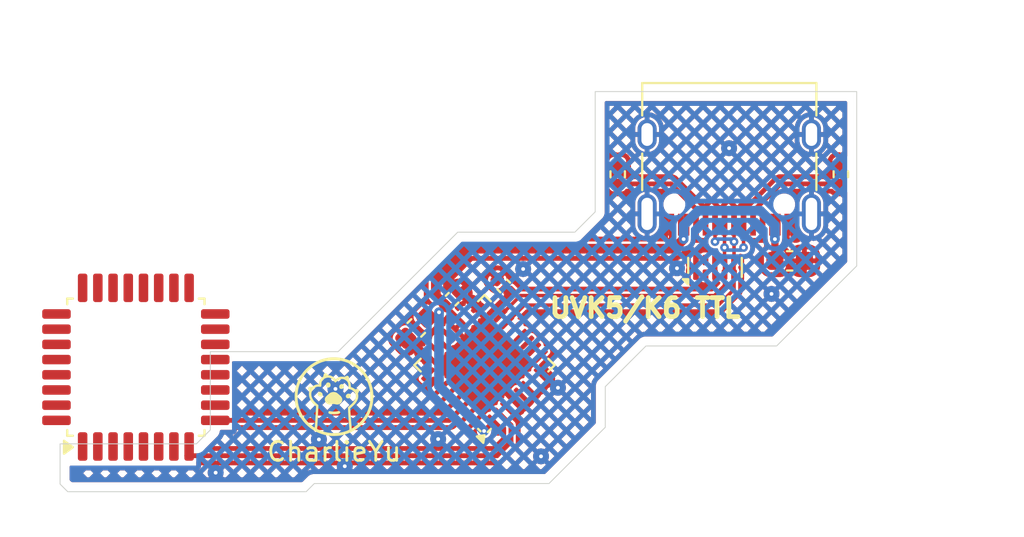
<source format=kicad_pcb>
(kicad_pcb (version 20240108) (generator "pcbnew") (generator_version "8.0")
  (layers (0 "F.Cu" signal) (31 "B.Cu" signal) (34 "B.Paste" user) (35 "F.Paste" user) (36 "B.SilkS" user "B.Silkscreen") (37 "F.SilkS" user "F.Silkscreen") (38 "B.Mask" user) (39 "F.Mask" user) (44 "Edge.Cuts" user))
  (net 0 "")
  (net 1 "+5V")
  (net 2 "GND")
  (net 3 "Net-(U1-3V3OUT)")
  (net 4 "Net-(J1-CC1)")
  (net 7 "/D-")
  (net 8 "/D+")
  (net 9 "Net-(J1-CC2)")
  (net 17 "/RXD")
  (net 23 "/TXD")
  (footprint "Capacitor_SMD:C_0402_1005Metric" (layer "F.Cu") (at 107.338142 96.503796 135)
    (property "Reference" "C4" (hide yes))
    (property "Value" "100nF")
    (fp_line (start -0.107836 -0.36) (end 0.107836 -0.36) (stroke (width 0.12)) (layer "F.SilkS"))
    (fp_line (start -0.107836 0.36) (end 0.107836 0.36) (stroke (width 0.12)) (layer "F.SilkS"))
    (pad "1" smd roundrect (at -0.48 0 135) (size 0.56 0.62) (layers "F.Cu" "F.Paste" "F.Mask") (net 3 "Net-(U1-3V3OUT)"))
    (pad "2" smd roundrect (at 0.48 0 135) (size 0.56 0.62) (layers "F.Cu" "F.Paste" "F.Mask") (net 2 "GND"))
  )
  (footprint "Connector_USB:USB_C_Receptacle_XKB_U262-16XN-4BVC11" (layer "F.Cu") (at 119.2 89.605 180)
    (property "Reference" "J1" (hide yes))
    (property "Value" "USB_C_Receptacle_USB2.0")
    (fp_line (start 4.580001 0.07) (end 4.580001 -1.85) (stroke (width 0.12)) (layer "F.SilkS"))
    (fp_line (start 4.58 3.785) (end -4.58 3.785) (stroke (width 0.12)) (layer "F.SilkS"))
    (fp_line (start 4.58 2.08) (end 4.58 3.785) (stroke (width 0.12)) (layer "F.SilkS"))
    (fp_line (start -4.58 3.785) (end -4.58 2.08) (stroke (width 0.12)) (layer "F.SilkS"))
    (fp_line (start -4.580001 -1.85) (end -4.580001 0.07) (stroke (width 0.12)) (layer "F.SilkS"))
    (pad "" np_thru_hole circle (at -2.89 -2.605 180) (size 0.65 0.65) (drill 0.65) (layers "*.Cu" "*.Mask"))
    (pad "" np_thru_hole circle (at 2.89 -2.605 180) (size 0.65 0.65) (drill 0.65) (layers "*.Cu" "*.Mask"))
    (pad "A1" smd rect (at -3.35 -3.67 180) (size 0.3 1.15) (layers "F.Cu" "F.Paste" "F.Mask") (net 2 "GND"))
    (pad "A4" smd rect (at -2.55 -3.67 180) (size 0.3 1.15) (layers "F.Cu" "F.Paste" "F.Mask") (net 1 "+5V"))
    (pad "A5" smd rect (at -1.25 -3.669999 180) (size 0.3 1.15) (layers "F.Cu" "F.Paste" "F.Mask") (net 4 "Net-(J1-CC1)"))
    (pad "A6" smd rect (at -0.25 -3.67 180) (size 0.3 1.15) (layers "F.Cu" "F.Paste" "F.Mask") (net 8 "/D+"))
    (pad "A7" smd rect (at 0.25 -3.67 180) (size 0.3 1.15) (layers "F.Cu" "F.Paste" "F.Mask") (net 7 "/D-"))
    (pad "A8" smd rect (at 1.25 -3.669999 180) (size 0.3 1.15) (layers "F.Cu" "F.Paste" "F.Mask"))
    (pad "A9" smd rect (at 2.55 -3.67 180) (size 0.3 1.15) (layers "F.Cu" "F.Paste" "F.Mask") (net 1 "+5V"))
    (pad "A12" smd rect (at 3.35 -3.67 180) (size 0.3 1.15) (layers "F.Cu" "F.Paste" "F.Mask") (net 2 "GND"))
    (pad "B1" smd rect (at 3.05 -3.67 180) (size 0.3 1.15) (layers "F.Cu" "F.Paste" "F.Mask") (net 2 "GND"))
    (pad "B4" smd rect (at 2.25 -3.67 180) (size 0.3 1.15) (layers "F.Cu" "F.Paste" "F.Mask") (net 1 "+5V"))
    (pad "B5" smd rect (at 1.75 -3.67 180) (size 0.3 1.15) (layers "F.Cu" "F.Paste" "F.Mask") (net 9 "Net-(J1-CC2)"))
    (pad "B6" smd rect (at 0.75 -3.67 180) (size 0.3 1.15) (layers "F.Cu" "F.Paste" "F.Mask") (net 8 "/D+"))
    (pad "B7" smd rect (at -0.75 -3.67 180) (size 0.3 1.15) (layers "F.Cu" "F.Paste" "F.Mask") (net 7 "/D-"))
    (pad "B8" smd rect (at -1.75 -3.67 180) (size 0.3 1.15) (layers "F.Cu" "F.Paste" "F.Mask"))
    (pad "B9" smd rect (at -2.25 -3.67 180) (size 0.3 1.15) (layers "F.Cu" "F.Paste" "F.Mask") (net 1 "+5V"))
    (pad "B12" smd rect (at -3.05 -3.67 180) (size 0.3 1.15) (layers "F.Cu" "F.Paste" "F.Mask") (net 2 "GND"))
    (pad "S1" thru_hole oval (at -4.32 -3.105 180) (size 1 2.1) (drill oval 0.6 1.7) (layers "*.Cu" "*.Mask") (net 2 "GND"))
    (pad "S1" thru_hole oval (at -4.32 1.075 180) (size 1 1.6) (drill oval 0.6 1.2) (layers "*.Cu" "*.Mask") (net 2 "GND"))
    (pad "S1" thru_hole oval (at 4.32 -3.105 180) (size 1 2.1) (drill oval 0.6 1.7) (layers "*.Cu" "*.Mask") (net 2 "GND"))
    (pad "S1" thru_hole oval (at 4.32 1.075 180) (size 1 1.6) (drill oval 0.6 1.2) (layers "*.Cu" "*.Mask") (net 2 "GND"))
  )
  (footprint "Capacitor_SMD:C_0402_1005Metric" (layer "F.Cu") (at 104.624528 97.196761 45)
    (property "Reference" "C1" (hide yes))
    (property "Value" "100nF")
    (fp_line (start -0.107836 -0.36) (end 0.107836 -0.36) (stroke (width 0.12)) (layer "F.SilkS"))
    (fp_line (start -0.107836 0.36) (end 0.107836 0.36) (stroke (width 0.12)) (layer "F.SilkS"))
    (pad "1" smd roundrect (at -0.48 0 45) (size 0.56 0.62) (layers "F.Cu" "F.Paste" "F.Mask") (net 1 "+5V"))
    (pad "2" smd roundrect (at 0.48 0 45) (size 0.56 0.62) (layers "F.Cu" "F.Paste" "F.Mask") (net 2 "GND"))
  )
  (footprint "Package_QFP:LQFP-32_7x7mm_P0.8mm" (layer "F.Cu") (at 87.995 100.776086 90)
    (property "Reference" "REF**" (hide yes))
    (property "Value" "LQFP-32_7x7mm_P0.8mm" (hide yes))
    (fp_line (start 3.61 -3.61) (end 3.61 -3.31) (stroke (width 0.12)) (layer "F.SilkS"))
    (fp_line (start 3.31 -3.61) (end 3.61 -3.61) (stroke (width 0.12)) (layer "F.SilkS"))
    (fp_line (start -3.31 -3.61) (end -3.61 -3.61) (stroke (width 0.12)) (layer "F.SilkS"))
    (fp_line (start -3.61 -3.61) (end -3.61 -3.31) (stroke (width 0.12)) (layer "F.SilkS"))
    (fp_line (start 3.61 3.61) (end 3.61 3.31) (stroke (width 0.12)) (layer "F.SilkS"))
    (fp_line (start 3.31 3.61) (end 3.61 3.61) (stroke (width 0.12)) (layer "F.SilkS"))
    (fp_line (start -3.31 3.61) (end -3.61 3.61) (stroke (width 0.12)) (layer "F.SilkS"))
    (fp_line (start -3.61 3.61) (end -3.61 3.31) (stroke (width 0.12)) (layer "F.SilkS"))
    (fp_poly (pts (xy -4.2125 -3.31) (xy -4.5525 -3.78) (xy -3.8725 -3.780001) (xy -4.2125 -3.31)) (stroke (width 0.12)) (fill solid) (layer "F.SilkS"))
    (pad "1" smd roundrect (at -4.175 -2.8 90) (size 1.5 0.5) (layers "F.Cu" "F.Paste" "F.Mask"))
    (pad "2" smd roundrect (at -4.175 -2 90) (size 1.5 0.5) (layers "F.Cu" "F.Paste" "F.Mask"))
    (pad "3" smd roundrect (at -4.175 -1.2 90) (size 1.5 0.5) (layers "F.Cu" "F.Paste" "F.Mask"))
    (pad "4" smd roundrect (at -4.175 -0.4 90) (size 1.5 0.5) (layers "F.Cu" "F.Paste" "F.Mask"))
    (pad "5" smd roundrect (at -4.175 0.4 90) (size 1.5 0.5) (layers "F.Cu" "F.Paste" "F.Mask"))
    (pad "6" smd roundrect (at -4.175 1.2 90) (size 1.5 0.5) (layers "F.Cu" "F.Paste" "F.Mask"))
    (pad "7" smd roundrect (at -4.175 2 90) (size 1.5 0.5) (layers "F.Cu" "F.Paste" "F.Mask"))
    (pad "8" smd roundrect (at -4.175 2.8 90) (size 1.5 0.5) (layers "F.Cu" "F.Paste" "F.Mask") (net 17 "/RXD"))
    (pad "9" smd roundrect (at -2.8 4.175 90) (size 0.5 1.5) (layers "F.Cu" "F.Paste" "F.Mask") (net 23 "/TXD"))
    (pad "10" smd roundrect (at -2 4.175 90) (size 0.5 1.5) (layers "F.Cu" "F.Paste" "F.Mask"))
    (pad "11" smd roundrect (at -1.2 4.175 90) (size 0.5 1.5) (layers "F.Cu" "F.Paste" "F.Mask"))
    (pad "12" smd roundrect (at -0.4 4.175 90) (size 0.5 1.5) (layers "F.Cu" "F.Paste" "F.Mask"))
    (pad "13" smd roundrect (at 0.4 4.175 90) (size 0.5 1.5) (layers "F.Cu" "F.Paste" "F.Mask"))
    (pad "14" smd roundrect (at 1.2 4.175 90) (size 0.5 1.5) (layers "F.Cu" "F.Paste" "F.Mask"))
    (pad "15" smd roundrect (at 2 4.175 90) (size 0.5 1.5) (layers "F.Cu" "F.Paste" "F.Mask"))
    (pad "16" smd roundrect (at 2.8 4.175 90) (size 0.5 1.5) (layers "F.Cu" "F.Paste" "F.Mask"))
    (pad "17" smd roundrect (at 4.175 2.8 90) (size 1.5 0.5) (layers "F.Cu" "F.Paste" "F.Mask"))
    (pad "18" smd roundrect (at 4.175 2 90) (size 1.5 0.5) (layers "F.Cu" "F.Paste" "F.Mask"))
    (pad "19" smd roundrect (at 4.175 1.2 90) (size 1.5 0.5) (layers "F.Cu" "F.Paste" "F.Mask"))
    (pad "20" smd roundrect (at 4.175 0.4 90) (size 1.5 0.5) (layers "F.Cu" "F.Paste" "F.Mask"))
    (pad "21" smd roundrect (at 4.175 -0.4 90) (size 1.5 0.5) (layers "F.Cu" "F.Paste" "F.Mask"))
    (pad "22" smd roundrect (at 4.175 -1.2 90) (size 1.5 0.5) (layers "F.Cu" "F.Paste" "F.Mask"))
    (pad "23" smd roundrect (at 4.175 -2 90) (size 1.5 0.5) (layers "F.Cu" "F.Paste" "F.Mask"))
    (pad "24" smd roundrect (at 4.175 -2.8 90) (size 1.5 0.5) (layers "F.Cu" "F.Paste" "F.Mask"))
    (pad "25" smd roundrect (at 2.8 -4.175 90) (size 0.5 1.5) (layers "F.Cu" "F.Paste" "F.Mask"))
    (pad "26" smd roundrect (at 2 -4.175 90) (size 0.5 1.5) (layers "F.Cu" "F.Paste" "F.Mask"))
    (pad "27" smd roundrect (at 1.2 -4.175 90) (size 0.5 1.5) (layers "F.Cu" "F.Paste" "F.Mask"))
    (pad "28" smd roundrect (at 0.4 -4.175 90) (size 0.5 1.5) (layers "F.Cu" "F.Paste" "F.Mask"))
    (pad "29" smd roundrect (at -0.4 -4.175 90) (size 0.5 1.5) (layers "F.Cu" "F.Paste" "F.Mask"))
    (pad "30" smd roundrect (at -1.2 -4.175 90) (size 0.5 1.5) (layers "F.Cu" "F.Paste" "F.Mask"))
    (pad "31" smd roundrect (at -2 -4.175 90) (size 0.5 1.5) (layers "F.Cu" "F.Paste" "F.Mask"))
    (pad "32" smd roundrect (at -2.8 -4.175 90) (size 0.5 1.5) (layers "F.Cu" "F.Paste" "F.Mask"))
  )
  (footprint "Capacitor_SMD:C_0603_1608Metric" (layer "F.Cu") (at 102.74 98.71 -135)
    (property "Reference" "C2" (hide yes))
    (property "Value" "4.7uF")
    (fp_line (start -0.140581 0.51) (end 0.140581 0.51) (stroke (width 0.12)) (layer "F.SilkS"))
    (fp_line (start -0.140581 -0.51) (end 0.140581 -0.51) (stroke (width 0.12)) (layer "F.SilkS"))
    (pad "1" smd roundrect (at -0.775 0 225) (size 0.9 0.95) (layers "F.Cu" "F.Paste" "F.Mask") (net 1 "+5V"))
    (pad "2" smd roundrect (at 0.775 0 225) (size 0.9 0.95) (layers "F.Cu" "F.Paste" "F.Mask") (net 2 "GND"))
  )
  (footprint "Package_DFN_QFN:QFN-32-1EP_5x5mm_P0.5mm_EP3.3x3.3mm" (layer "F.Cu") (at 106.327817 100.667817 135)
    (property "Reference" "U1" (hide yes))
    (property "Value" "FT232RQ")
    (fp_line (start 2.61 -2.61) (end 2.61 -2.135) (stroke (width 0.12)) (layer "F.SilkS"))
    (fp_line (start 2.135 -2.61) (end 2.61 -2.61) (stroke (width 0.12)) (layer "F.SilkS"))
    (fp_line (start -2.135 -2.61) (end -2.31 -2.61) (stroke (width 0.12)) (layer "F.SilkS"))
    (fp_line (start 2.61 2.61) (end 2.61 2.135) (stroke (width 0.12)) (layer "F.SilkS"))
    (fp_line (start 2.135 2.61) (end 2.61 2.61) (stroke (width 0.12)) (layer "F.SilkS"))
    (fp_line (start -2.61 -2.135) (end -2.61 -2.37) (stroke (width 0.12)) (layer "F.SilkS"))
    (fp_line (start -2.135 2.61) (end -2.61 2.61) (stroke (width 0.12)) (layer "F.SilkS"))
    (fp_line (start -2.61 2.61) (end -2.61 2.135) (stroke (width 0.12)) (layer "F.SilkS"))
    (fp_poly (pts (xy -2.61 -2.61) (xy -2.85 -2.94) (xy -2.37 -2.94) (xy -2.61 -2.61)) (stroke (width 0.12)) (fill solid) (layer "F.SilkS"))
    (pad "1" smd roundrect (at -2.4375 -1.75 135) (size 0.875 0.25) (layers "F.Cu" "F.Paste" "F.Mask") (net 1 "+5V"))
    (pad "2" smd roundrect (at -2.4375 -1.25 135) (size 0.875 0.25) (layers "F.Cu" "F.Paste" "F.Mask") (net 17 "/RXD"))
    (pad "3" smd roundrect (at -2.4375 -0.75 135) (size 0.875 0.25) (layers "F.Cu" "F.Paste" "F.Mask"))
    (pad "4" smd roundrect (at -2.4375 -0.25 135) (size 0.875 0.25) (layers "F.Cu" "F.Paste" "F.Mask") (net 2 "GND"))
    (pad "5" smd roundrect (at -2.4375 0.25 135) (size 0.875 0.25) (layers "F.Cu" "F.Paste" "F.Mask"))
    (pad "6" smd roundrect (at -2.4375 0.75 135) (size 0.875 0.25) (layers "F.Cu" "F.Paste" "F.Mask"))
    (pad "7" smd roundrect (at -2.4375 1.25 135) (size 0.875 0.25) (layers "F.Cu" "F.Paste" "F.Mask"))
    (pad "8" smd roundrect (at -2.4375 1.75 135) (size 0.875 0.25) (layers "F.Cu" "F.Paste" "F.Mask"))
    (pad "9" smd roundrect (at -1.75 2.4375 135) (size 0.25 0.875) (layers "F.Cu" "F.Paste" "F.Mask"))
    (pad "10" smd roundrect (at -1.25 2.4375 135) (size 0.25 0.875) (layers "F.Cu" "F.Paste" "F.Mask"))
    (pad "11" smd roundrect (at -0.75 2.4375 135) (size 0.25 0.875) (layers "F.Cu" "F.Paste" "F.Mask"))
    (pad "12" smd roundrect (at -0.25 2.4375 135) (size 0.25 0.875) (layers "F.Cu" "F.Paste" "F.Mask"))
    (pad "13" smd roundrect (at 0.25 2.4375 135) (size 0.25 0.875) (layers "F.Cu" "F.Paste" "F.Mask"))
    (pad "14" smd roundrect (at 0.75 2.4375 135) (size 0.25 0.875) (layers "F.Cu" "F.Paste" "F.Mask") (net 8 "/D+"))
    (pad "15" smd roundrect (at 1.25 2.4375 135) (size 0.25 0.875) (layers "F.Cu" "F.Paste" "F.Mask") (net 7 "/D-"))
    (pad "16" smd roundrect (at 1.75 2.4375 135) (size 0.25 0.875) (layers "F.Cu" "F.Paste" "F.Mask") (net 3 "Net-(U1-3V3OUT)"))
    (pad "17" smd roundrect (at 2.4375 1.75 135) (size 0.875 0.25) (layers "F.Cu" "F.Paste" "F.Mask") (net 2 "GND"))
    (pad "18" smd roundrect (at 2.4375 1.25 135) (size 0.875 0.25) (layers "F.Cu" "F.Paste" "F.Mask"))
    (pad "19" smd roundrect (at 2.4375 0.75 135) (size 0.875 0.25) (layers "F.Cu" "F.Paste" "F.Mask") (net 1 "+5V"))
    (pad "20" smd roundrect (at 2.4375 0.25 135) (size 0.875 0.25) (layers "F.Cu" "F.Paste" "F.Mask") (net 2 "GND"))
    (pad "21" smd roundrect (at 2.4375 -0.25 135) (size 0.875 0.25) (layers "F.Cu" "F.Paste" "F.Mask"))
    (pad "22" smd roundrect (at 2.4375 -0.75 135) (size 0.875 0.25) (layers "F.Cu" "F.Paste" "F.Mask"))
    (pad "23" smd roundrect (at 2.4375 -1.25 135) (size 0.875 0.25) (layers "F.Cu" "F.Paste" "F.Mask"))
    (pad "24" smd roundrect (at 2.4375 -1.75 135) (size 0.875 0.25) (layers "F.Cu" "F.Paste" "F.Mask") (net 2 "GND"))
    (pad "25" smd roundrect (at 1.75 -2.4375 135) (size 0.25 0.875) (layers "F.Cu" "F.Paste" "F.Mask"))
    (pad "26" smd roundrect (at 1.25 -2.4375 135) (size 0.25 0.875) (layers "F.Cu" "F.Paste" "F.Mask") (net 2 "GND"))
    (pad "27" smd roundrect (at 0.75 -2.4375 135) (size 0.25 0.875) (layers "F.Cu" "F.Paste" "F.Mask"))
    (pad "28" smd roundrect (at 0.25 -2.4375 135) (size 0.25 0.875) (layers "F.Cu" "F.Paste" "F.Mask"))
    (pad "29" smd roundrect (at -0.25 -2.4375 135) (size 0.25 0.875) (layers "F.Cu" "F.Paste" "F.Mask"))
    (pad "30" smd roundrect (at -0.75 -2.4375 135) (size 0.25 0.875) (layers "F.Cu" "F.Paste" "F.Mask") (net 23 "/TXD"))
    (pad "31" smd roundrect (at -1.25 -2.4375 135) (size 0.25 0.875) (layers "F.Cu" "F.Paste" "F.Mask"))
    (pad "32" smd roundrect (at -1.75 -2.4375 135) (size 0.25 0.875) (layers "F.Cu" "F.Paste" "F.Mask"))
    (pad "33" smd rect (at 0 0 135) (size 3.3 3.3) (property pad_prop_heatsink) (layers "F.Cu" "F.Mask") (net 2 "GND"))
  )
  (footprint "Package_SON:USON-10_2.5x1.0mm_P0.5mm" (layer "F.Cu") (at 118.45 95.524999 90)
    (property "Reference" "U2" (hide yes))
    (property "Value" "TPD4E02B04DQA" (hide yes))
    (fp_line (start 0.5 -1.41) (end -0.29 -1.410001) (stroke (width 0.12)) (layer "F.SilkS"))
    (fp_line (start 0.5 1.41) (end -0.5 1.41) (stroke (width 0.12)) (layer "F.SilkS"))
    (fp_poly (pts (xy -0.62 -1.41) (xy -0.900001 -1.41) (xy -0.62 -1.69) (xy -0.62 -1.41)) (stroke (width 0.12)) (fill solid) (layer "F.SilkS"))
    (pad "1" smd roundrect (at -0.385 -1) (size 0.3 0.55) (layers "F.Cu" "F.Paste" "F.Mask"))
    (pad "2" smd roundrect (at -0.385001 -0.5) (size 0.3 0.55) (layers "F.Cu" "F.Paste" "F.Mask"))
    (pad "3" smd roundrect (at -0.385 0) (size 0.3 0.55) (layers "F.Cu" "F.Paste" "F.Mask") (net 2 "GND"))
    (pad "4" smd roundrect (at -0.385001 0.5) (size 0.3 0.55) (layers "F.Cu" "F.Paste" "F.Mask") (net 7 "/D-"))
    (pad "5" smd roundrect (at -0.385 1) (size 0.3 0.55) (layers "F.Cu" "F.Paste" "F.Mask") (net 8 "/D+"))
    (pad "6" smd roundrect (at 0.385 1) (size 0.3 0.55) (layers "F.Cu" "F.Paste" "F.Mask") (net 8 "/D+"))
    (pad "7" smd roundrect (at 0.385001 0.5) (size 0.3 0.55) (layers "F.Cu" "F.Paste" "F.Mask") (net 7 "/D-"))
    (pad "8" smd roundrect (at 0.385 0) (size 0.3 0.55) (layers "F.Cu" "F.Paste" "F.Mask") (net 2 "GND"))
    (pad "9" smd roundrect (at 0.385001 -0.5) (size 0.3 0.55) (layers "F.Cu" "F.Paste" "F.Mask"))
    (pad "10" smd roundrect (at 0.385 -1) (size 0.3 0.55) (layers "F.Cu" "F.Paste" "F.Mask"))
  )
  (footprint "Logos:charlieyu" (layer "F.Cu") (at 98.42 102.33)
    (property "Reference" "RFF**" (hide yes))
    (property "Value" "CharlieYu" (hide yes))
    (fp_poly (pts (xy -0.691675 -0.240664) (xy -0.654657 -0.215801) (xy -0.625552 -0.181858) (xy -0.610224 -0.148594) (xy -0.605582 -0.107129) (xy -0.615168 -0.068732) (xy -0.636444 -0.036215) (xy -0.666871 -0.01239) (xy -0.703911 -0.000069) (xy -0.742928 -0.001585) (xy -0.792164 -0.019782) (xy -0.829951 -0.049638) (xy -0.854951 -0.089854) (xy -0.863238 -0.118311) (xy -0.862689 -0.158085) (xy -0.848086 -0.195941) (xy -0.822276 -0.227589) (xy -0.78811 -0.24874) (xy -0.773719 -0.253091) (xy -0.732673 -0.253931)) (fill solid) (layer "F.SilkS"))
    (fp_poly (pts (xy -0.257973 -0.741875) (xy -0.246112 -0.73582) (xy -0.215253 -0.707641) (xy -0.194307 -0.669311) (xy -0.184363 -0.625291) (xy -0.186509 -0.580041) (xy -0.199099 -0.543061) (xy -0.225562 -0.508378) (xy -0.260848 -0.486831) (xy -0.301823 -0.479375) (xy -0.345356 -0.486962) (xy -0.361359 -0.493711) (xy -0.393258 -0.518055) (xy -0.41539 -0.552329) (xy -0.427567 -0.592679) (xy -0.429602 -0.635256) (xy -0.421305 -0.676209) (xy -0.402488 -0.711687) (xy -0.373287 -0.737651) (xy -0.337573 -0.749942) (xy -0.296559 -0.751313)) (fill solid) (layer "F.SilkS"))
    (fp_poly (pts (xy 0.447459 -0.657352) (xy 0.478271 -0.639466) (xy 0.501553 -0.611961) (xy 0.514386 -0.575253) (xy 0.515976 -0.554858) (xy 0.509854 -0.503749) (xy 0.490903 -0.462872) (xy 0.461045 -0.432364) (xy 0.423136 -0.412477) (xy 0.380593 -0.404529) (xy 0.339429 -0.409231) (xy 0.322412 -0.41594) (xy 0.29512 -0.438846) (xy 0.276935 -0.472529) (xy 0.268835 -0.512757) (xy 0.271797 -0.555299) (xy 0.282709 -0.587991) (xy 0.307347 -0.624419) (xy 0.339062 -0.649154) (xy 0.374934 -0.662611) (xy 0.41204 -0.665206)) (fill solid) (layer "F.SilkS"))
    (fp_poly (pts (xy 0.781817 -0.159594) (xy 0.82208 -0.147197) (xy 0.824035 -0.146177) (xy 0.848779 -0.124044) (xy 0.865628 -0.091391) (xy 0.873534 -0.053335) (xy 0.871446 -0.014995) (xy 0.858314 0.018512) (xy 0.857938 0.01909) (xy 0.825388 0.055361) (xy 0.785454 0.079417) (xy 0.74171 0.090016) (xy 0.697733 0.085918) (xy 0.681684 0.080241) (xy 0.646362 0.056443) (xy 0.623164 0.023107) (xy 0.613586 -0.016087) (xy 0.619123 -0.057459) (xy 0.622298 -0.065965) (xy 0.641525 -0.102553) (xy 0.666404 -0.12859) (xy 0.698868 -0.148465) (xy 0.738198 -0.160063)) (fill solid) (layer "F.SilkS"))
    (fp_poly (pts (xy 0.269337 0.755162) (xy 0.293732 0.770633) (xy 0.312037 0.79431) (xy 0.319655 0.821905) (xy 0.319673 0.823257) (xy 0.31438 0.851801) (xy 0.297368 0.874268) (xy 0.266934 0.892053) (xy 0.221377 0.906548) (xy 0.216507 0.907731) (xy 0.173004 0.91532) (xy 0.117173 0.920968) (xy 0.053653 0.924577) (xy -0.012914 0.926051) (xy -0.077887 0.925292) (xy -0.136624 0.922204) (xy -0.184485 0.916689) (xy -0.187479 0.91618) (xy -0.235032 0.905791) (xy -0.267904 0.893005) (xy -0.28847 0.876163) (xy -0.299104 0.853604) (xy -0.301731 0.836292) (xy -0.301093 0.809526) (xy -0.292175 0.790073) (xy -0.281848 0.778467) (xy -0.271861 0.768909) (xy -0.262391 0.762807) (xy -0.250231 0.760079) (xy -0.232176 0.760642) (xy -0.205021 0.764412) (xy -0.165558 0.771307) (xy -0.145482 0.774945) (xy -0.100701 0.780277) (xy -0.044996 0.782785) (xy 0.01574 0.782568) (xy 0.075613 0.779722) (xy 0.12873 0.774344) (xy 0.154624 0.77) (xy 0.189472 0.762909) (xy 0.22034 0.756712) (xy 0.241345 0.752587) (xy 0.243454 0.752187)) (fill solid) (layer "F.SilkS"))
    (fp_poly (pts (xy 0.076811 -0.232414) (xy 0.140757 -0.204678) (xy 0.142692 -0.203545) (xy 0.17159 -0.183669) (xy 0.208074 -0.154461) (xy 0.248811 -0.119036) (xy 0.29047 -0.080505) (xy 0.329717 -0.041982) (xy 0.363219 -0.006579) (xy 0.387645 0.022591) (xy 0.393265 0.030499) (xy 0.420366 0.084283) (xy 0.430971 0.139929) (xy 0.425216 0.198847) (xy 0.413343 0.23804) (xy 0.382588 0.297204) (xy 0.339154 0.345317) (xy 0.284007 0.381586) (xy 0.21811 0.405217) (xy 0.206975 0.407702) (xy 0.182593 0.411869) (xy 0.159845 0.413099) (xy 0.133872 0.411085) (xy 0.099816 0.405525) (xy 0.066148 0.398864) (xy 0.023642 0.390528) (xy -0.007613 0.38581) (xy -0.032987 0.38444) (xy -0.05785 0.386153) (xy -0.087574 0.390681) (xy -0.090005 0.391102) (xy -0.140231 0.399693) (xy -0.177202 0.4055) (xy -0.204452 0.408826) (xy -0.225515 0.409976) (xy -0.243924 0.409251) (xy -0.263213 0.406955) (xy -0.267504 0.406332) (xy -0.305143 0.398703) (xy -0.336409 0.386468) (xy -0.367264 0.36664) (xy -0.398854 0.340496) (xy -0.439953 0.295016) (xy -0.470308 0.242169) (xy -0.487755 0.186409) (xy -0.491147 0.150661) (xy -0.488408 0.112157) (xy -0.479244 0.076339) (xy -0.462233 0.041081) (xy -0.435956 0.004256) (xy -0.398991 -0.03626) (xy -0.349918 -0.082594) (xy -0.314434 -0.113759) (xy -0.273197 -0.148969) (xy -0.241485 -0.17489) (xy -0.216095 -0.193611) (xy -0.193826 -0.207221) (xy -0.171477 -0.217807) (xy -0.145845 -0.227458) (xy -0.133852 -0.23156) (xy -0.06499 -0.246311) (xy 0.006729 -0.246443)) (fill solid) (layer "F.SilkS"))
    (fp_poly (pts (xy 0.119871 -2.071161) (xy 0.300615 -2.053652) (xy 0.476265 -2.020414) (xy 0.648228 -1.971147) (xy 0.817916 -1.905548) (xy 0.90561 -1.864937) (xy 1.068892 -1.775736) (xy 1.222211 -1.673107) (xy 1.364936 -1.557916) (xy 1.496433 -1.431029) (xy 1.616072 -1.293312) (xy 1.723219 -1.145632) (xy 1.817243 -0.988854) (xy 1.897511 -0.823845) (xy 1.963391 -0.651471) (xy 2.014252 -0.472598) (xy 2.04766 -0.300235) (xy 2.052748 -0.259405) (xy 2.057669 -0.2071) (xy 2.06198 -0.148914) (xy 2.065239 -0.090441) (xy 2.066244 -0.065524) (xy 2.064212 0.118663) (xy 2.04561 0.300919) (xy 2.010916 0.480153) (xy 1.960611 0.655276) (xy 1.895172 0.825195) (xy 1.81508 0.988823) (xy 1.720812 1.145067) (xy 1.612848 1.292839) (xy 1.491666 1.431047) (xy 1.357747 1.558601) (xy 1.349642 1.565611) (xy 1.201336 1.682115) (xy 1.044348 1.784002) (xy 0.879161 1.871058) (xy 0.706256 1.943071) (xy 0.526112 1.999826) (xy 0.339212 2.041109) (xy 0.247126 2.055383) (xy 0.211144 2.05905) (xy 0.162798 2.062353) (xy 0.10644 2.065153) (xy 0.046424 2.067315) (xy -0.012898 2.068703) (xy -0.067173 2.06918) (xy -0.112049 2.06861) (xy -0.136947 2.067412) (xy -0.318074 2.046884) (xy -0.490234 2.013185) (xy -0.65614 1.965587) (xy -0.818508 1.903364) (xy -0.913627 1.859555) (xy -1.078447 1.769735) (xy -1.233039 1.666767) (xy -1.376764 1.551465) (xy -1.50898 1.424643) (xy -1.629047 1.287117) (xy -1.736325 1.139701) (xy -1.830173 0.98321) (xy -1.90995 0.818458) (xy -1.975016 0.646261) (xy -2.024731 0.467432) (xy -2.031265 0.438038) (xy -2.04529 0.369907) (xy -2.05599 0.310105) (xy -2.063779 0.254334) (xy -2.069074 0.198295) (xy -2.072289 0.13769) (xy -2.07384 0.068221) (xy -2.074157 -0.005779) (xy -2.073674 -0.052721) (xy -1.922418 -0.052721) (xy -1.91941 0.127916) (xy -1.899822 0.305284) (xy -1.863957 0.478618) (xy -1.812122 0.64715) (xy -1.74462 0.810113) (xy -1.661757 0.966741) (xy -1.563837 1.116267) (xy -1.451165 1.257923) (xy -1.364245 1.35142) (xy -1.328816 1.385756) (xy -1.28795 1.422969) (xy -1.243807 1.461338) (xy -1.198545 1.499141) (xy -1.154325 1.534657) (xy -1.113305 1.566164) (xy -1.077645 1.591939) (xy -1.049505 1.610262) (xy -1.031043 1.619412) (xy -1.027216 1.620128) (xy -1.021802 1.612698) (xy -1.016809 1.59459) (xy -1.016419 1.59239) (xy -1.014583 1.575935) (xy -1.011912 1.544121) (xy -1.008514 1.498631) (xy -1.004494 1.441148) (xy -0.999962 1.373357) (xy -0.995024 1.296941) (xy -0.989788 1.213585) (xy -0.984361 1.124971) (xy -0.97885 1.032784) (xy -0.973364 0.938707) (xy -0.96801 0.844425) (xy -0.963563 0.76394) (xy -0.949704 0.509465) (xy -1.040659 0.423803) (xy -1.098052 0.36784) (xy -1.144361 0.317895) (xy -1.182541 0.270279) (xy -1.21555 0.221305) (xy -1.246344 0.167282) (xy -1.246496 0.166996) (xy -1.285976 0.077901) (xy -1.312389 -0.014484) (xy -1.325116 -0.106825) (xy -1.324438 -0.14502) (xy -1.19914 -0.14502) (xy -1.193888 -0.063592) (xy -1.173201 0.01996) (xy -1.137046 0.104536) (xy -1.085391 0.189038) (xy -1.084338 0.190525) (xy -1.060469 0.22061) (xy -1.027678 0.257187) (xy -0.989537 0.296723) (xy -0.949621 0.335682) (xy -0.911503 0.37053) (xy -0.878755 0.397732) (xy -0.86431 0.408166) (xy -0.843414 0.425361) (xy -0.829452 0.443011) (xy -0.827214 0.448391) (xy -0.826507 0.461421) (xy -0.826807 0.489778) (xy -0.828022 0.531754) (xy -0.830054 0.585641) (xy -0.832808 0.649731) (xy -0.836191 0.722318) (xy -0.840105 0.801693) (xy -0.844456 0.886148) (xy -0.849149 0.973976) (xy -0.854087 1.06347) (xy -0.859177 1.152921) (xy -0.864323 1.240622) (xy -0.869428 1.324866) (xy -0.874399 1.403944) (xy -0.87914 1.476149) (xy -0.883555 1.539774) (xy -0.887549 1.59311) (xy -0.891028 1.634451) (xy -0.893895 1.662088) (xy -0.895523 1.672527) (xy -0.896503 1.683769) (xy -0.892265 1.69376) (xy -0.880575 1.704115) (xy -0.859204 1.716452) (xy -0.825919 1.732388) (xy -0.791894 1.747631) (xy -0.638288 1.808198) (xy -0.482306 1.855525) (xy -0.327403 1.888659) (xy -0.235099 1.901474) (xy -0.195826 1.905781) (xy -0.159567 1.909809) (xy -0.132039 1.912919) (xy -0.124145 1.913836) (xy -0.095915 1.915506) (xy -0.054539 1.915811) (xy -0.003874 1.914912) (xy 0.052225 1.912973) (xy 0.109903 1.910156) (xy 0.165303 1.906624) (xy 0.214569 1.90254) (xy 0.253846 1.898066) (xy 0.255661 1.897809) (xy 0.357152 1.881287) (xy 0.447971 1.862104) (xy 0.534467 1.838903) (xy 0.541581 1.836776) (xy 0.585427 1.822812) (xy 0.631973 1.806721) (xy 0.6781 1.789725) (xy 0.720693 1.773049) (xy 0.756633 1.757915) (xy 0.782805 1.745547) (xy 0.796091 1.737167) (xy 0.796466 1.736752) (xy 0.799157 1.725834) (xy 0.799785 1.701446) (xy 0.798319 1.662723) (xy 0.794726 1.608801) (xy 0.788973 1.538817) (xy 0.78896 1.538667) (xy 0.779067 1.422971) (xy 0.769732 1.308869) (xy 0.761075 1.198097) (xy 0.753212 1.092386) (xy 0.746264 0.993469) (xy 0.740347 0.903079) (xy 0.735579 0.822949) (xy 0.732081 0.754811) (xy 0.729968 0.700399) (xy 0.72935 0.665047) (xy 0.72935 0.554418) (xy 0.799763 0.492212) (xy 0.883168 0.416208) (xy 0.952887 0.347302) (xy 1.01 0.284021) (xy 1.055583 0.224892) (xy 1.090713 0.16844) (xy 1.116468 0.113194) (xy 1.133925 0.057678) (xy 1.14042 0.026262) (xy 1.145134 -0.048415) (xy 1.133916 -0.119695) (xy 1.107785 -0.186204) (xy 1.067759 -0.24657) (xy 1.014857 -0.29942) (xy 0.950096 -0.343381) (xy 0.874494 -0.377079) (xy 0.831769 -0.389953) (xy 0.801768 -0.398515) (xy 0.777774 -0.406936) (xy 0.765624 -0.412997) (xy 0.760462 -0.424358) (xy 0.757038 -0.449267) (xy 0.755227 -0.489015) (xy 0.754854 -0.525322) (xy 0.751722 -0.606304) (xy 0.74192 -0.673838) (xy 0.724577 -0.730532) (xy 0.698821 -0.778992) (xy 0.663783 -0.821825) (xy 0.65195 -0.833391) (xy 0.592981 -0.878194) (xy 0.527492 -0.909699) (xy 0.458447 -0.927108) (xy 0.388807 -0.929622) (xy 0.332029 -0.919642) (xy 0.283561 -0.900462) (xy 0.230933 -0.870497) (xy 0.179406 -0.833195) (xy 0.13424 -0.792007) (xy 0.129178 -0.786621) (xy 0.099699 -0.75862) (xy 0.074471 -0.744992) (xy 0.051482 -0.74618) (xy 0.028717 -0.762629) (xy 0.004163 -0.794783) (xy -0.009617 -0.817235) (xy -0.054356 -0.879425) (xy -0.108221 -0.930379) (xy -0.168947 -0.968904) (xy -0.23427 -0.993804) (xy -0.301926 -1.003884) (xy -0.356722 -1.000393) (xy -0.423839 -0.983781) (xy -0.487507 -0.957519) (xy -0.543541 -0.923786) (xy -0.587755 -0.884762) (xy -0.594949 -0.876344) (xy -0.627677 -0.829866) (xy -0.650165 -0.782336) (xy -0.663773 -0.729386) (xy -0.669862 -0.666645) (xy -0.670512 -0.633682) (xy -0.671192 -0.597357) (xy -0.672909 -0.567191) (xy -0.675364 -0.547465) (xy -0.676913 -0.542625) (xy -0.694673 -0.526153) (xy -0.721431 -0.518709) (xy -0.759799 -0.519766) (xy -0.777651 -0.522237) (xy -0.851488 -0.525726) (xy -0.922996 -0.512438) (xy -0.99154 -0.482582) (xy -1.056482 -0.436368) (xy -1.066431 -0.427528) (xy -1.122603 -0.365579) (xy -1.163466 -0.297113) (xy -1.188989 -0.223227) (xy -1.19914 -0.14502) (xy -1.324438 -0.14502) (xy -1.323536 -0.195788) (xy -1.319494 -0.225476) (xy -1.314368 -0.257741) (xy -1.313051 -0.279672) (xy -1.31646 -0.29776) (xy -1.325515 -0.318496) (xy -1.335343 -0.337375) (xy -1.354801 -0.38642) (xy -1.360496 -0.43102) (xy -1.353642 -0.469328) (xy -1.335453 -0.499497) (xy -1.307141 -0.519681) (xy -1.269921 -0.528033) (xy -1.225006 -0.522708) (xy -1.21539 -0.519897) (xy -1.172386 -0.506145) (xy -1.125811 -0.544081) (xy -1.053247 -0.593937) (xy -0.97739 -0.628457) (xy -0.899916 -0.64699) (xy -0.852333 -0.650168) (xy -0.798405 -0.650168) (xy -0.798279 -0.682174) (xy -0.794345 -0.723282) (xy -0.783977 -0.772544) (xy -0.768917 -0.823129) (xy -0.750906 -0.868204) (xy -0.750805 -0.868418) (xy -0.726033 -0.910165) (xy -0.691304 -0.954845) (xy -0.651464 -0.996889) (xy -0.611357 -1.030729) (xy -0.606697 -1.034015) (xy -0.587753 -1.048102) (xy -0.576175 -1.061507) (xy -0.56908 -1.079633) (xy -0.563584 -1.107883) (xy -0.562043 -1.117669) (xy -0.551265 -1.166652) (xy -0.535459 -1.201853) (xy -0.513017 -1.226216) (xy -0.497378 -1.236003) (xy -0.463467 -1.244499) (xy -0.427002 -1.237912) (xy -0.390475 -1.217464) (xy -0.35638 -1.184378) (xy -0.337149 -1.1574) (xy -0.324228 -1.139341) (xy -0.310469 -1.130769) (xy -0.288961 -1.128229) (xy -0.278627 -1.128125) (xy -0.211542 -1.120131) (xy -0.142277 -1.096973) (xy -0.073393 -1.059882) (xy -0.007456 -1.01009) (xy 0.01969 -0.984748) (xy 0.047979 -0.956935) (xy 0.067097 -0.939593) (xy 0.079846 -0.931031) (xy 0.089031 -0.929556) (xy 0.097456 -0.933477) (xy 0.100772 -0.935831) (xy 0.177572 -0.987354) (xy 0.247862 -1.024185) (xy 0.266786 -1.032051) (xy 0.296769 -1.042729) (xy 0.324083 -1.049393) (xy 0.35452 -1.05292) (xy 0.39387 -1.054186) (xy 0.413557 -1.054255) (xy 0.453239 -1.053396) (xy 0.488448 -1.051162) (xy 0.514459 -1.047931) (xy 0.524344 -1.045415) (xy 0.538427 -1.041931) (xy 0.553563 -1.045038) (xy 0.574595 -1.056284) (xy 0.590568 -1.066591) (xy 0.634671 -1.090209) (xy 0.677358 -1.100515) (xy 0.678007 -1.100578) (xy 0.704686 -1.101992) (xy 0.722522 -1.097825) (xy 0.739526 -1.085202) (xy 0.750475 -1.074566) (xy 0.768239 -1.054932) (xy 0.777203 -1.037289) (xy 0.780297 -1.014105) (xy 0.78056 -0.997242) (xy 0.779145 -0.966563) (xy 0.775527 -0.939944) (xy 0.772699 -0.929327) (xy 0.770065 -0.915614) (xy 0.773939 -0.899859) (xy 0.785877 -0.877769) (xy 0.798447 -0.858358) (xy 0.835066 -0.790032) (xy 0.861852 -0.710695) (xy 0.877686 -0.624016) (xy 0.880656 -0.588912) (xy 0.883071 -0.550808) (xy 0.885697 -0.526383) (xy 0.889536 -0.512263) (xy 0.895588 -0.505075) (xy 0.904854 -0.501446) (xy 0.906746 -0.500959) (xy 0.940927 -0.48924) (xy 0.982437 -0.470481) (xy 1.024949 -0.447885) (xy 1.06214 -0.424658) (xy 1.073161 -0.416641) (xy 1.113982 -0.38527) (xy 1.160187 -0.398702) (xy 1.198121 -0.406525) (xy 1.230643 -0.407363) (xy 1.235885 -0.406601) (xy 1.266791 -0.393497) (xy 1.294441 -0.369469) (xy 1.312334 -0.340352) (xy 1.313477 -0.336928) (xy 1.314742 -0.310162) (xy 1.306938 -0.275449) (xy 1.291684 -0.238155) (xy 1.275156 -0.209992) (xy 1.260807 -0.187385) (xy 1.255372 -0.170841) (xy 1.257265 -0.152964) (xy 1.260425 -0.141343) (xy 1.266965 -0.105508) (xy 1.270009 -0.058836) (xy 1.269683 -0.007171) (xy 1.266112 0.043642) (xy 1.259421 0.087758) (xy 1.25517 0.104729) (xy 1.225461 0.18384) (xy 1.183577 0.261919) (xy 1.128554 0.340283) (xy 1.059429 0.420245) (xy 0.975235 0.50312) (xy 0.938895 0.535821) (xy 0.847204 0.616535) (xy 0.85278 0.710788) (xy 0.855833 0.759454) (xy 0.8598 0.817523) (xy 0.864754 0.885912) (xy 0.870767 0.965539) (xy 0.87791 1.057321) (xy 0.886254 1.162176) (xy 0.895872 1.281023) (xy 0.906835 1.414778) (xy 0.919215 1.564361) (xy 0.922966 1.609459) (xy 0.926194 1.639465) (xy 0.929953 1.661453) (xy 0.933493 1.671192) (xy 0.933903 1.671338) (xy 0.94275 1.666901) (xy 0.963112 1.654711) (xy 0.992277 1.636448) (xy 1.027534 1.61379) (xy 1.041492 1.604688) (xy 1.187087 1.499517) (xy 1.320383 1.383223) (xy 1.441056 1.256802) (xy 1.548786 1.121251) (xy 1.64325 0.977569) (xy 1.724128 0.826753) (xy 1.791097 0.6698) (xy 1.843836 0.507707) (xy 1.882024 0.341471) (xy 1.905338 0.172091) (xy 1.913457 0.000564) (xy 1.90606 -0.172114) (xy 1.882825 -0.344944) (xy 1.843431 -0.51693) (xy 1.787555 -0.687074) (xy 1.783707 -0.69711) (xy 1.71198 -0.859499) (xy 1.626047 -1.013413) (xy 1.526846 -1.158055) (xy 1.415314 -1.292631) (xy 1.292386 -1.416345) (xy 1.159001 -1.528401) (xy 1.016094 -1.628005) (xy 0.864604 -1.714361) (xy 0.705466 -1.786673) (xy 0.539618 -1.844146) (xy 0.387952 -1.882004) (xy 0.20981 -1.910179) (xy 0.03281 -1.921797) (xy -0.142151 -1.917352) (xy -0.314177 -1.897338) (xy -0.482373 -1.862249) (xy -0.645843 -1.812579) (xy -0.803691 -1.748823) (xy -0.955022 -1.671474) (xy -1.098939 -1.581026) (xy -1.234546 -1.477973) (xy -1.360949 -1.36281) (xy -1.477251 -1.236031) (xy -1.582557 -1.098129) (xy -1.67597 -0.949598) (xy -1.756594 -0.790934) (xy -1.805684 -0.672133) (xy -1.850619 -0.5377) (xy -1.884103 -0.402758) (xy -1.906921 -0.263147) (xy -1.919858 -0.114706) (xy -1.922418 -0.052721) (xy -2.073674 -0.052721) (xy -2.073211 -0.09774) (xy -2.070255 -0.177235) (xy -2.064777 -0.248805) (xy -2.056264 -0.316989) (xy -2.044201 -0.386326) (xy -2.028076 -0.461355) (xy -2.017684 -0.505074) (xy -1.966445 -0.679832) (xy -1.899891 -0.848224) (xy -1.818861 -1.009407) (xy -1.724191 -1.162536) (xy -1.61672 -1.306765) (xy -1.497286 -1.44125) (xy -1.366726 -1.565147) (xy -1.225878 -1.677611) (xy -1.07558 -1.777796) (xy -0.916671 -1.864859) (xy -0.749987 -1.937955) (xy -0.576366 -1.996239) (xy -0.524658 -2.010297) (xy -0.426021 -2.033658) (xy -0.333375 -2.050872) (xy -0.240521 -2.062792) (xy -0.141257 -2.070272) (xy -0.067378 -2.073245)) (fill solid) (layer "F.SilkS"))
    (fp_text user "CharlieYu" (at 0 2.31 0) (layer "F.SilkS") (effects (justify top)))
  )
  (footprint "Resistor_SMD:R_0402_1005Metric" (layer "F.Cu") (at 113.3326 90.621 90)
    (property "Reference" "R2" (hide yes))
    (property "Value" "5.1K")
    (fp_line (start -0.153641 -0.38) (end 0.153641 -0.38) (stroke (width 0.12)) (layer "F.SilkS"))
    (fp_line (start -0.153641 0.38) (end 0.153641 0.38) (stroke (width 0.12)) (layer "F.SilkS"))
    (pad "1" smd roundrect (at -0.509999 0 90) (size 0.54 0.64) (layers "F.Cu" "F.Paste" "F.Mask") (net 9 "Net-(J1-CC2)"))
    (pad "2" smd roundrect (at 0.509999 0 90) (size 0.54 0.64) (layers "F.Cu" "F.Paste" "F.Mask") (net 2 "GND"))
  )
  (footprint "Resistor_SMD:R_0402_1005Metric" (layer "F.Cu") (at 125.0674 90.621 90)
    (property "Reference" "R1" (hide yes))
    (property "Value" "5.1K")
    (fp_line (start -0.153641 -0.38) (end 0.153641 -0.38) (stroke (width 0.12)) (layer "F.SilkS"))
    (fp_line (start -0.153641 0.38) (end 0.153641 0.38) (stroke (width 0.12)) (layer "F.SilkS"))
    (pad "1" smd roundrect (at -0.509999 0 90) (size 0.54 0.64) (layers "F.Cu" "F.Paste" "F.Mask") (net 4 "Net-(J1-CC1)"))
    (pad "2" smd roundrect (at 0.509999 0 90) (size 0.54 0.64) (layers "F.Cu" "F.Paste" "F.Mask") (net 2 "GND"))
  )
  (footprint "Capacitor_SMD:C_0603_1608Metric" (layer "F.Cu") (at 122.375 95.18)
    (property "Reference" "C3" (hide yes))
    (property "Value" "4.7uF")
    (fp_line (start -0.14058 -0.51) (end 0.14058 -0.51) (stroke (width 0.12)) (layer "F.SilkS"))
    (fp_line (start -0.14058 0.51) (end 0.14058 0.51) (stroke (width 0.12)) (layer "F.SilkS"))
    (pad "1" smd roundrect (at -0.775 0) (size 0.9 0.95) (layers "F.Cu" "F.Paste" "F.Mask") (net 1 "+5V"))
    (pad "2" smd roundrect (at 0.775 0) (size 0.9 0.95) (layers "F.Cu" "F.Paste" "F.Mask") (net 2 "GND"))
  )
  (gr_poly (pts (xy 125.9 86.27) (xy 125.9 95.45) (xy 121.69 99.66) (xy 114.82 99.66) (xy 112.68 101.8) (xy 112.68 103.94) (xy 109.72 106.9) (xy 97.38 106.9) (xy 96.95 107.33) (xy 84.41 107.33) (xy 84.01 106.93) (xy 84.01 104.81) (xy 91.18 104.81) (xy 91.91 104.08) (xy 91.91 99.96) (xy 98.63 99.96) (xy 104.92 93.67) (xy 111.08 93.67) (xy 112.15 92.6) (xy 112.15 86.27)) (stroke (width 0.05)) (fill none) (layer "Edge.Cuts"))
  (gr_text "UVK5/K6 TTL" (at 109.63 98.25 0) (layer "F.SilkS") (effects (font (size 1 1) (thickness 0.25) (bold yes)) (justify left bottom)))
  (segment (start 105.44 94.54) (end 116.297 94.54) (width 0.508) (layer "F.Cu") (net 1))
  (segment (start 103.935645 97.885645) (end 103.935645 97.885644) (width 0.254) (layer "F.Cu") (net 1))
  (segment (start 103.935645 97.885644) (end 104.285117 97.536172) (width 0.254) (layer "F.Cu") (net 1))
  (segment (start 116.297 94.54) (end 116.8 94.037) (width 0.508) (layer "F.Cu") (net 1))
  (segment (start 104.285117 97.536172) (end 103.77 97.021055) (width 0.508) (layer "F.Cu") (net 1))
  (segment (start 103.77 96.21) (end 105.44 94.54) (width 0.508) (layer "F.Cu") (net 1))
  (segment (start 104.285117 97.536172) (end 104.285117 97.564457) (width 0.254) (layer "F.Cu") (net 1))
  (segment (start 104.285117 97.564457) (end 105.134574 98.413914) (width 0.254) (layer "F.Cu") (net 1))
  (segment (start 103.659297 98.161992) (end 103.935644 97.885645) (width 0.254) (layer "F.Cu") (net 1))
  (segment (start 121.6 95.18) (end 121.6 93.275) (width 0.381) (layer "F.Cu") (net 1))
  (segment (start 103.935644 97.885645) (end 103.935645 97.885645) (width 0.254) (layer "F.Cu") (net 1))
  (segment (start 116.8 94.037) (end 116.8 93.275) (width 0.381) (layer "F.Cu") (net 1))
  (segment (start 103.77 97.021055) (end 103.77 96.21) (width 0.508) (layer "F.Cu") (net 1))
  (segment (start 106.305953 104.136827) (end 106.813953 103.628827) (width 0.254) (layer "F.Cu") (net 1))
  (segment (start 103.288008 98.161992) (end 103.659297 98.161992) (width 0.254) (layer "F.Cu") (net 1))
  (via (at 103.935645 97.885645) (size 0.5) (drill 0.2) (layers "F.Cu" "B.Cu") (net 1))
  (via (at 106.305953 104.136827) (size 0.5) (drill 0.2) (layers "F.Cu" "B.Cu") (net 1))
  (via (at 121.6 94.037) (size 0.5) (drill 0.2) (layers "F.Cu" "B.Cu") (net 1))
  (via (at 116.8 94.037) (size 0.5) (drill 0.2) (layers "F.Cu" "B.Cu") (net 1))
  (segment (start 121.6 94.037) (end 121.6 93.31) (width 0.508) (layer "B.Cu") (net 1))
  (segment (start 103.935645 97.885645) (end 103.935645 101.766519) (width 0.508) (layer "B.Cu") (net 1))
  (segment (start 116.8 93.31) (end 117.57 92.54) (width 0.508) (layer "B.Cu") (net 1))
  (segment (start 103.935645 101.766519) (end 106.305953 104.136827) (width 0.508) (layer "B.Cu") (net 1))
  (segment (start 116.8 94.037) (end 116.8 93.31) (width 0.508) (layer "B.Cu") (net 1))
  (segment (start 121.6 93.31) (end 120.83 92.54) (width 0.508) (layer "B.Cu") (net 1))
  (segment (start 117.57 92.54) (end 120.83 92.54) (width 0.508) (layer "B.Cu") (net 1))
  (segment (start 104.963939 96.85735) (end 104.992224 96.85735) (width 0.254) (layer "F.Cu") (net 2))
  (segment (start 104.992224 96.85735) (end 105.841681 97.706807) (width 0.254) (layer "F.Cu") (net 2))
  (via (at 116.45 95.57) (size 0.5) (drill 0.2) (layers "F.Cu" "B.Cu") (net 2))
  (via (at 121.42 96.92) (size 0.5) (drill 0.2) (layers "F.Cu" "B.Cu") (net 2))
  (via (at 119.19 89.25) (size 0.5) (drill 0.2) (layers "F.Cu" "B.Cu") (net 2))
  (via (at 108.36 95.61) (size 0.5) (drill 0.2) (layers "F.Cu" "B.Cu") (net 2))
  (via (at 103.89 104.56) (size 0.5) (drill 0.2) (layers "F.Cu" "B.Cu") (net 2))
  (via (at 97.62 104.58) (size 0.5) (drill 0.2) (layers "F.Cu" "B.Cu") (net 2))
  (via (at 92.19 106.33) (size 0.5) (drill 0.2) (layers "F.Cu" "B.Cu") (net 2))
  (via (at 110.19 101.86) (size 0.5) (drill 0.2) (layers "F.Cu" "B.Cu") (net 2))
  (via (at 109.3 105.47) (size 0.5) (drill 0.2) (layers "F.Cu" "B.Cu") (net 2))
  (via (at 98.98 105.99) (size 0.5) (drill 0.2) (layers "F.Cu" "B.Cu") (net 2))
  (via (at 98.49 101.92) (size 0.5) (drill 0.2) (layers "F.Cu" "B.Cu") (net 2))
  (segment (start 106.813953 97.706807) (end 107.677553 96.843207) (width 0.254) (layer "F.Cu") (net 3))
  (segment (start 125.0674 91.130999) (end 121.892 91.130999) (width 0.254) (layer "F.Cu") (net 4))
  (segment (start 121.892 91.130999) (end 120.45 92.572999) (width 0.254) (layer "F.Cu") (net 4))
  (segment (start 120.45 92.572999) (end 120.45 93.274999) (width 0.254) (layer "F.Cu") (net 4))
  (segment (start 107.167506 98.060091) (end 107.167506 98.060361) (width 0.184658) (layer "F.Cu") (net 7))
  (segment (start 118.416366 97.00981) (end 108.217787 97.00981) (width 0.184658) (layer "F.Cu") (net 7))
  (segment (start 119.95 93.275) (end 119.95 94.48) (width 0.184658) (layer "F.Cu") (net 7))
  (segment (start 118.95 95.91) (end 118.94981 95.91019) (width 0.184658) (layer "F.Cu") (net 7))
  (segment (start 118.94981 95.91019) (end 118.94981 96.476366) (width 0.184658) (layer "F.Cu") (net 7))
  (segment (start 118.94981 96.476366) (end 118.416366 97.00981) (width 0.184658) (layer "F.Cu") (net 7))
  (segment (start 118.949619 94.48) (end 118.949619 95.909619) (width 0.184658) (layer "F.Cu") (net 7))
  (segment (start 118.949619 95.909619) (end 118.95 95.91) (width 0.184658) (layer "F.Cu") (net 7))
  (segment (start 108.217787 97.00981) (end 107.167506 98.060091) (width 0.184658) (layer "F.Cu") (net 7))
  (segment (start 118.949619 93.275381) (end 118.95 93.275) (width 0.184658) (layer "F.Cu") (net 7))
  (segment (start 118.949619 94.48) (end 118.949619 93.275381) (width 0.184658) (layer "F.Cu") (net 7))
  (via (at 118.949619 94.48) (size 0.45) (drill 0.2) (layers "F.Cu" "B.Cu") (net 7))
  (via (at 119.95 94.48) (size 0.45) (drill 0.2) (layers "F.Cu" "B.Cu") (net 7))
  (segment (start 118.949619 94.48) (end 119.083948 94.614329) (width 0.184658) (layer "B.Cu") (net 7))
  (segment (start 119.083948 94.614329) (end 119.815671 94.614329) (width 0.184658) (layer "B.Cu") (net 7))
  (segment (start 119.815671 94.614329) (end 119.95 94.48) (width 0.184658) (layer "B.Cu") (net 7))
  (segment (start 119.450191 95.91019) (end 119.450191 96.683633) (width 0.184658) (layer "F.Cu") (net 8))
  (segment (start 119.45 93.275) (end 119.45 95.909999) (width 0.184658) (layer "F.Cu") (net 8))
  (segment (start 108.425053 97.51019) (end 107.521329 98.413914) (width 0.184658) (layer "F.Cu") (net 8))
  (segment (start 118.45 93.275) (end 118.45 94.17) (width 0.184658) (layer "F.Cu") (net 8))
  (segment (start 118.623634 97.51019) (end 108.425053 97.51019) (width 0.184658) (layer "F.Cu") (net 8))
  (segment (start 107.521329 98.413914) (end 107.52106 98.413914) (width 0.184658) (layer "F.Cu") (net 8))
  (segment (start 119.45 95.909999) (end 119.450191 95.91019) (width 0.184658) (layer "F.Cu") (net 8))
  (segment (start 119.450191 96.683633) (end 118.623634 97.51019) (width 0.184658) (layer "F.Cu") (net 8))
  (via (at 118.45 94.17) (size 0.45) (drill 0.2) (layers "F.Cu" "B.Cu") (net 8))
  (via (at 119.45 94.17) (size 0.45) (drill 0.2) (layers "F.Cu" "B.Cu") (net 8))
  (segment (start 118.45 94.17) (end 118.584329 94.035671) (width 0.184658) (layer "B.Cu") (net 8))
  (segment (start 119.315671 94.035671) (end 119.45 94.17) (width 0.184658) (layer "B.Cu") (net 8))
  (segment (start 118.584329 94.035671) (end 119.315671 94.035671) (width 0.184658) (layer "B.Cu") (net 8))
  (segment (start 113.3326 91.130999) (end 116.133974 91.130999) (width 0.254) (layer "F.Cu") (net 9))
  (segment (start 117.45 92.447025) (end 117.45 93.275) (width 0.254) (layer "F.Cu") (net 9))
  (segment (start 116.133974 91.130999) (end 117.45 92.447025) (width 0.254) (layer "F.Cu") (net 9))
  (segment (start 107.72 104.7) (end 106.983 105.437) (width 0.254) (layer "F.Cu") (net 17))
  (segment (start 106.983 105.437) (end 90.67 105.437) (width 0.254) (layer "F.Cu") (net 17))
  (segment (start 107.167506 103.275273) (end 107.72 103.827767) (width 0.254) (layer "F.Cu") (net 17))
  (segment (start 107.72 103.827767) (end 107.72 104.7) (width 0.254) (layer "F.Cu") (net 17))
  (segment (start 104.480208 103.576086) (end 92.537 103.576086) (width 0.254) (layer "F.Cu") (net 23))
  (segment (start 105.134574 102.92172) (end 104.480208 103.576086) (width 0.254) (layer "F.Cu") (net 23))
  (zone (net 2) (net_name "GND") (layers "F&B.Cu") (connect_pads (clearance 0.127)) (min_thickness 0.127) (fill yes (mode hatch) (thermal_gap 0.127) (thermal_bridge_width 0.254) (hatch_thickness 0.254) (hatch_gap 0.381) (hatch_orientation 45) (hatch_border_algorithm hatch_thickness) (hatch_min_hole_area 0.3))
    (polygon (pts (xy 80.85 109.74) (xy 134.72 109.74) (xy 134.72 81.45) (xy 80.85 81.45)))
  )
  (zone (net 0) (net_name "") (layers "F&B.Cu" "F.CrtYd") (connect_pads (clearance 0)) (min_thickness 0.127)
    (keepout (tracks allowed) (vias allowed) (pads allowed) (copperpour not_allowed) (footprints allowed))
    (fill (mode hatch) (thermal_gap 0.127) (thermal_bridge_width 0.254) (hatch_thickness 0.254) (hatch_gap 0.381) (hatch_orientation 45) (hatch_border_algorithm hatch_thickness) (hatch_min_hole_area 0.3))
    (polygon (pts (xy 84.57 105.956086) (xy 91.17 105.956086) (xy 91.17 105.096086) (xy 92.19 104.076086) (xy 93.05 104.076086) (xy 93.05 97.476086) (xy 91.62 97.476086) (xy 84.57 104.526086)))
  )
)
</source>
